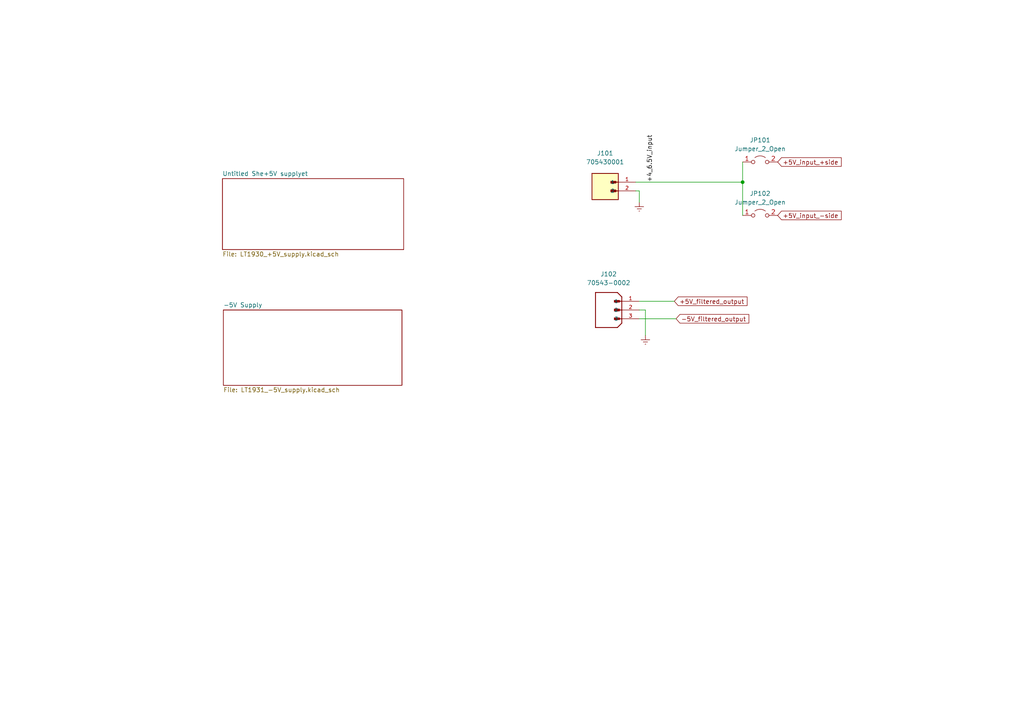
<source format=kicad_sch>
(kicad_sch (version 20211123) (generator eeschema)
  (paper "A4")
  (lib_symbols
    (symbol "70543-0002:70543-0002" (pin_names (offset 1.016))
      (property "Reference" "J" (at 0 6.35 0))
      (property "Value" "70543-0002" (at 0 -7.62 0))
      (symbol "70543-0002_0_0"
        (polyline (pts (xy 0 -3.81) (xy 1.27 -5.08)) (stroke (width 0.254)))
        (polyline (pts (xy 0 -2.54) (xy 1.905 -2.54)) (stroke (width 0.254)))
        (polyline (pts (xy 0 0) (xy 1.905 0)) (stroke (width 0.254)))
        (polyline (pts (xy 0 2.54) (xy 0 -3.81)) (stroke (width 0.254)))
        (polyline (pts (xy 0 2.54) (xy 1.905 2.54)) (stroke (width 0.254)))
        (polyline (pts (xy 0 3.81) (xy 0 2.54)) (stroke (width 0.254)))
        (polyline (pts (xy 0 3.81) (xy 1.27 5.08)) (stroke (width 0.254)))
        (polyline (pts (xy 1.27 -5.08) (xy 7.62 -5.08)) (stroke (width 0.254)))
        (polyline (pts (xy 7.62 -5.08) (xy 7.62 5.08)) (stroke (width 0.254)))
        (polyline (pts (xy 7.62 5.08) (xy 1.27 5.08)) (stroke (width 0.254)))
        (rectangle (start 0.635 -2.8575) (end 2.2225 -2.2225) (stroke (width 0.1)) (fill (type outline)))
        (rectangle (start 0.635 -0.3175) (end 2.2225 0.3175) (stroke (width 0.1)) (fill (type outline)))
        (rectangle (start 0.635 2.2225) (end 2.2225 2.8575) (stroke (width 0.1)) (fill (type outline)))
        (pin passive line (at -5.08 2.54 0) (length 5.08) (name "1") (number "1"))
        (pin passive line (at -5.08 0 0) (length 5.08) (name "2") (number "2"))
        (pin passive line (at -5.08 -2.54 0) (length 5.08) (name "3") (number "3"))
      )
    )
    (symbol "705430001:705430001" (pin_names (offset 1.016))
      (property "Reference" "J" (at 0 3.81 0))
      (property "Value" "705430001" (at 0 -7.62 0))
      (symbol "705430001_0_0"
        (rectangle (start 0 -5.08) (end 7.62 2.54) (stroke (width 0.254)) (fill (type background)))
        (polyline (pts (xy 0 -2.54) (xy 1.905 -2.54)) (stroke (width 0.254)))
        (polyline (pts (xy 0 0) (xy 1.905 0)) (stroke (width 0.254)))
        (rectangle (start 0.635 -2.8575) (end 2.2225 -2.2225) (stroke (width 0.1)) (fill (type outline)))
        (rectangle (start 0.635 -0.3175) (end 2.2225 0.3175) (stroke (width 0.1)) (fill (type outline)))
        (pin passive line (at -5.08 0 0) (length 5.08) (name "1") (number "1"))
        (pin passive line (at -5.08 -2.54 0) (length 5.08) (name "2") (number "2"))
      )
    )
    (symbol "Jumper:Jumper_2_Open" (pin_names (offset 0) hide)
      (property "Reference" "JP" (at 0 2.794 0))
      (property "Value" "Jumper_2_Open" (at 0 -2.286 0))
      (symbol "Jumper_2_Open_0_0"
        (circle (center -2.032 0) (radius 0.508))
        (circle (center 2.032 0) (radius 0.508))
      )
      (symbol "Jumper_2_Open_0_1"
        (arc (start 1.524 1.27) (mid 0 1.778) (end -1.524 1.27))
      )
      (symbol "Jumper_2_Open_1_1"
        (pin passive line (at -5.08 0 0) (length 2.54) (name "A") (number "1"))
        (pin passive line (at 5.08 0 180) (length 2.54) (name "B") (number "2"))
      )
    )
    (symbol "power:Earth" (power) (pin_names (offset 0))
      (symbol "Earth_0_1"
        (polyline (pts (xy -0.635 -1.905) (xy 0.635 -1.905)))
        (polyline (pts (xy -0.127 -2.54) (xy 0.127 -2.54)))
        (polyline (pts (xy 0 -1.27) (xy 0 0)))
        (polyline (pts (xy 1.27 -1.27) (xy -1.27 -1.27)))
      )
      (symbol "Earth_1_1"
        (pin power_in line (at 0 0 270) (length 0) hide (name "Earth") (number "1"))
      )
    )
  )
  (junction (at 215.392 52.832))
  (wire (pts (xy 185.42 89.916) (xy 187.198 89.916)))
  (wire (pts (xy 185.42 58.674) (xy 185.42 55.372)))
  (wire (pts (xy 187.198 89.916) (xy 187.198 97.282)))
  (wire (pts (xy 185.42 87.376) (xy 195.58 87.376)))
  (wire (pts (xy 215.392 52.832) (xy 215.392 46.99)))
  (wire (pts (xy 215.392 52.832) (xy 215.392 62.484)))
  (wire (pts (xy 185.42 55.372) (xy 184.404 55.372)))
  (wire (pts (xy 184.404 52.832) (xy 215.392 52.832)))
  (wire (pts (xy 185.42 92.456) (xy 196.088 92.456)))
  (label "+4_6.5V_input" (at 189.484 52.832 90))
  (global_label "-5V_filtered_output" (shape input) (at 196.088 92.456 0) (property "Intersheet References" "${INTERSHEET_REFS}" (effects hide)))
  (global_label "+5V_filtered_output" (shape input) (at 195.58 87.376 0) (property "Intersheet References" "${INTERSHEET_REFS}" (effects hide)))
  (global_label "+5V_input_-side" (shape input) (at 225.552 62.484 0) (property "Intersheet References" "${INTERSHEET_REFS}" (effects hide)))
  (global_label "+5V_input_+side" (shape input) (at 225.552 46.99 0) (property "Intersheet References" "${INTERSHEET_REFS}" (effects hide)))
  (symbol (lib_id "705430001:705430001") (at 179.324 52.832 0) (mirror y) (unit 1)
    (property "Reference" "J101" (at 175.514 44.45 0))
    (property "Value" "705430001" (at 175.514 46.99 0))
    (property "Footprint" "MOLEX_705430001" (effects hide))
    (property "PARTREV" "M1" (effects hide))
    (property "STANDARD" "Manufacturer Recommendations" (effects hide))
    (property "MAXIMUM_PACKAGE_HEIGHT" "11.81 mm" (effects hide))
    (property "MANUFACTURER" "Molex" (effects hide))
    (property "Description" "CONN HEADER VERT 2POS 2.54MM" (effects hide))
    (property "Digikey" "WM4800-ND" (effects hide))
    (property "Manufacturer Part number" "0705430001" (effects hide))
  )
  (symbol (lib_id "70543-0002:70543-0002") (at 180.34 89.916 0) (mirror y) (unit 1)
    (property "Reference" "J102" (at 176.53 79.502 0))
    (property "Value" "70543-0002" (at 176.53 82.042 0))
    (property "Footprint" "MOLEX_70543-0002" (effects hide))
    (property "PARTREV" "M1" (effects hide))
    (property "STANDARD" "Manufacturer Recommendations" (effects hide))
    (property "MAXIMUM_PACKAGE_HEIGHT" "11.81 mm" (effects hide))
    (property "MANUFACTURER" "Molex" (effects hide))
    (property "Description" "CONN HEADER VERT 3POS 2.54MM" (effects hide))
    (property "Digikey" "WM4801-ND" (effects hide))
  )
  (symbol (lib_id "Jumper:Jumper_2_Open") (at 220.472 62.484 0) (unit 1)
    (property "Reference" "JP102" (at 220.472 56.134 0))
    (property "Value" "Jumper_2_Open" (at 220.472 58.674 0))
    (property "Footprint" "Connector_PinHeader_2.54mm:PinHeader_1x02_P2.54mm_Vertical" (effects hide))
    (property "Description" "CONN HEADER VERT 2POS 2.54MM" (effects hide))
    (property "Digikey" "3M156268-02-ND" (effects hide))
  )
  (symbol (lib_id "Jumper:Jumper_2_Open") (at 220.472 46.99 0) (unit 1)
    (property "Reference" "JP101" (at 220.472 40.64 0))
    (property "Value" "Jumper_2_Open" (at 220.472 43.18 0))
    (property "Footprint" "Connector_PinHeader_2.54mm:PinHeader_1x02_P2.54mm_Vertical" (effects hide))
    (property "Description" "CONN HEADER VERT 2POS 2.54MM" (effects hide))
    (property "Digikey" "3M156268-02-ND" (effects hide))
  )
  (symbol (lib_id "power:Earth") (at 185.42 58.674 0) (unit 1)
    (property "Reference" "#PWR0101" (effects hide))
    (property "Value" "Earth" (effects hide))
  )
  (symbol (lib_id "power:Earth") (at 187.198 97.282 0) (mirror y) (unit 1)
    (property "Reference" "#PWR0104" (effects hide))
    (property "Value" "Earth" (effects hide))
  )
  (sheet (at 64.516 51.816) (size 52.578 20.574) (stroke (width 0.1524))
    (property "Sheet name" "Untitled She+5V supplyet" (at 64.516 51.1044 0) (effects (justify left bottom)))
    (property "Sheet file" "LT1930_+5V_supply.kicad_sch" (at 64.516 72.9746 0) (effects (justify left top)))
  )
  (sheet (at 64.77 89.916) (size 51.816 21.844) (stroke (width 0.1524))
    (property "Sheet name" "-5V Supply" (at 64.77 89.2044 0) (effects (justify left bottom)))
    (property "Sheet file" "LT1931_-5V_supply.kicad_sch" (at 64.77 112.3446 0) (effects (justify left top)))
  )
)
</source>
